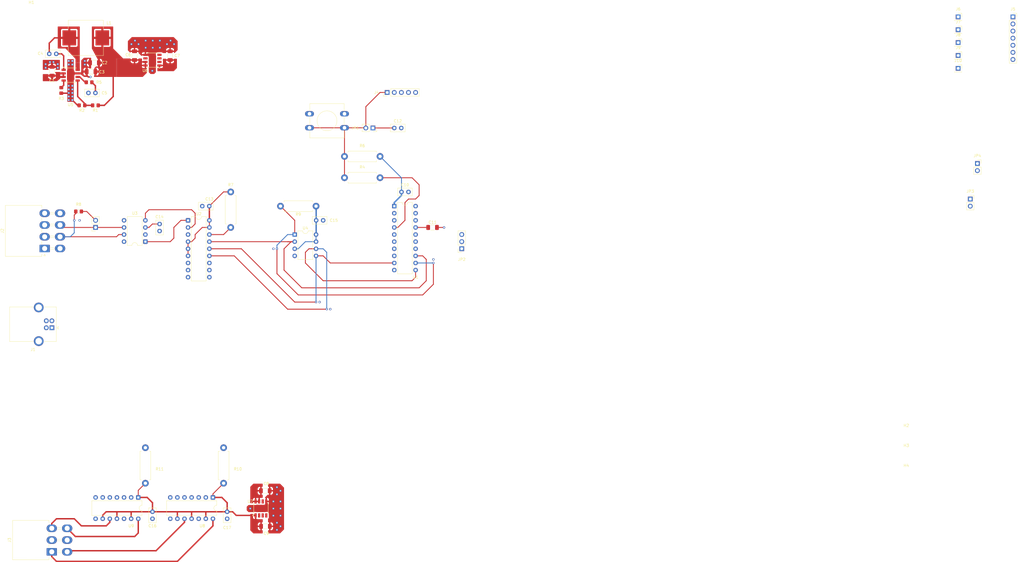
<source format=kicad_pcb>
(kicad_pcb (version 20241229) (generator "pcbnew") (generator_version "9.0")
  (layers (0 "F.Cu" signal) (4 "In1.Cu" signal) (6 "In2.Cu" signal) (2 "B.Cu" power) (13 "F.Paste" user) (15 "B.Paste" user) (5 "F.SilkS" user "F.Silkscreen") (7 "B.SilkS" user "B.Silkscreen") (1 "F.Mask" user) (3 "B.Mask" user) (25 "Edge.Cuts" user))
  (net 0 "")
  (net 1 "+12V")
  (net 2 "GND")
  (net 3 "+6.5V")
  (net 4 "Net-(U5-BST)")
  (net 5 "Net-(U5-SW)")
  (net 6 "Net-(C5-Pad2)")
  (net 7 "+5V")
  (net 8 "+5VA")
  (net 9 "Net-(U1-Vusb3v3)")
  (net 10 "Net-(JP1-A)")
  (net 12 "/USB_D+")
  (net 13 "VBUS")
  (net 15 "/USB_D-")
  (net 16 "/CAN_L")
  (net 17 "/Tach")
  (net 18 "/Speed")
  (net 19 "/CAN_H")
  (net 20 "/AN1")
  (net 21 "/AN4")
  (net 22 "/AN2")
  (net 23 "/AN3")
  (net 24 "/ICSP_~{MCLR}")
  (net 25 "/ICSP_CLK")
  (net 26 "/ICSP_DAT")
  (net 27 "/DAC1_~{CS}")
  (net 28 "/MISO")
  (net 29 "/ROM_~{CS}")
  (net 30 "/DAC2_~{CS}")
  (net 31 "/SCK")
  (net 32 "/MOSI")
  (net 33 "/CAN_~{CS}")
  (net 34 "/INT")
  (net 35 "Net-(JP5-B)")
  (net 36 "Net-(U5-FB)")
  (net 37 "Net-(U5-RT{slash}CLK)")
  (net 38 "/~{MCLR}")
  (net 39 "Net-(U5-COMP)")
  (net 41 "/CLK")
  (net 42 "/CAN_RX")
  (net 47 "/CAN_TX")
  (net 67 "/INT{slash}ICSP_CLK")
  (footprint "Connector_PinSocket_2.54mm:PinSocket_1x02_P2.54mm_Vertical" (layer "F.Cu") (at 55.88 134.62 180)
    (property "Reference" "JP5" (hide yes))
    (property "Value" "Term")
  )
  (footprint "Package_DIP:DIP-14_W7.62mm" (layer "F.Cu") (at 97.79 231.14 -90)
    (property "Reference" "U8")
    (property "Value" "MCP4912" (hide yes))
  )
  (footprint "Capacitor_THT:C_Disc_D5.0mm_W2.5mm_P2.50mm" (layer "F.Cu") (at 137.16 132.08 180)
    (property "Reference" "C15")
    (property "Value" "100n" (hide yes))
  )
  (footprint "Connector_PinSocket_2.54mm:PinSocket_1x02_P2.54mm_Vertical" (layer "F.Cu") (at 368.3 124.46)
    (property "Reference" "JP3")
    (property "Value" "USB_PWR")
  )
  (footprint "Capacitor_THT:C_Disc_D5.0mm_W2.5mm_P2.50mm" (layer "F.Cu") (at 93.98 127)
    (property "Reference" "C13")
    (property "Value" "100n" (hide yes))
  )
  (footprint "Connector_PinHeader_2.54mm:PinHeader_1x05_P2.54mm_Vertical" (layer "F.Cu") (at 160.02 86.36 90)
    (property "Reference" "J4")
    (property "Value" "ICSP")
  )
  (footprint "Capacitor_THT:C_Disc_D5.0mm_W2.5mm_P2.50mm" (layer "F.Cu") (at 76.2 236.26 -90)
    (property "Reference" "C16")
    (property "Value" "100n" (hide yes))
  )
  (footprint "Connector_PinSocket_2.54mm:PinSocket_1x03_P2.54mm_Vertical" (layer "F.Cu") (at 186.665 142.225 180)
    (property "Reference" "JP2")
    (property "Value" "Prog")
  )
  (footprint "Connector_PinSocket_2.54mm:PinSocket_1x07_P2.54mm_Vertical" (layer "F.Cu") (at 383.54 59.33)
    (property "Reference" "J5")
    (property "Value" "SPI debug")
  )
  (footprint "Resistor_SMD:R_0805_2012Metric_Pad1.20x1.40mm_HandSolder" (layer "F.Cu") (at 49.8 128.905 180)
    (property "Reference" "R8")
    (property "Value" "120" (hide yes))
  )
  (footprint "Resistor_SMD:R_0805_2012Metric_Pad1.20x1.40mm_HandSolder" (layer "F.Cu") (at 55.8165 90.9705)
    (property "Reference" "R1")
    (property "Value" "73k2" (hide yes))
  )
  (footprint "Connector_PinSocket_2.54mm:PinSocket_1x02_P2.54mm_Vertical" (layer "F.Cu") (at 154.94 99.06 -90)
    (property "Reference" "JP1")
    (property "Value" "~{Prog}")
  )
  (footprint "Capacitor_THT:C_Disc_D5.0mm_W2.5mm_P2.50mm" (layer "F.Cu") (at 39.3265 72.5555)
    (property "Reference" "C4")
    (property "Value" "100n" (hide yes))
  )
  (footprint "Capacitor_THT:C_Disc_D5.0mm_W2.5mm_P2.50mm" (layer "F.Cu") (at 162.56 99.06)
    (property "Reference" "C12")
    (property "Value" "100n" (hide yes))
  )
  (footprint "Capacitor_SMD:C_1206_3216Metric_Pad1.33x1.80mm_HandSolder" (layer "F.Cu") (at 176.2375 134.62)
    (property "Reference" "C11")
    (property "Value" "1u" (hide yes))
  )
  (footprint "Package_DIP:DIP-8_W7.62mm" (layer "F.Cu") (at 127 137.16)
    (property "Reference" "U4")
    (property "Value" "25LC160C" (hide yes))
  )
  (footprint "Resistor_THT:R_Axial_DIN0411_L9.9mm_D3.6mm_P12.70mm_Horizontal" (layer "F.Cu") (at 101.6 226.06 90)
    (property "Reference" "R10")
    (property "Value" "10k" (hide yes))
  )
  (footprint "Capacitor_SMD:C_1206_3216Metric_Pad1.33x1.80mm_HandSolder" (layer "F.Cu") (at 69.7865 73.1905 90)
    (property "Reference" "C6")
    (property "Value" "22u" (hide yes))
  )
  (footprint "Connector_PinSocket_2.54mm:PinSocket_1x01_P2.54mm_Vertical" (layer "F.Cu") (at 363.97 73.13)
    (property "Reference" "J9")
    (property "Value" "Conn_01x01_Socket")
  )
  (footprint "Capacitor_THT:C_Disc_D5.0mm_W2.5mm_P2.50mm" (layer "F.Cu") (at 53.3165 86.5255)
    (property "Reference" "C5")
    (property "Value" "100n" (hide yes))
  )
  (footprint "Resistor_SMD:R_0805_2012Metric_Pad1.20x1.40mm_HandSolder" (layer "F.Cu") (at 43.6245 85.6205 -90)
    (property "Reference" "R3")
    (property "Value" "50k" (hide yes))
  )
  (footprint "Button_Switch_THT:SW_PUSH-12mm" (layer "F.Cu") (at 132.28 93.98)
    (property "Reference" "SW1" (hide yes))
    (property "Value" "Reset")
  )
  (footprint "Resistor_SMD:R_0805_2012Metric_Pad1.20x1.40mm_HandSolder" (layer "F.Cu") (at 51.0065 90.9705)
    (property "Reference" "R2")
    (property "Value" "10k" (hide yes))
  )
  (footprint "Connector_PinSocket_2.54mm:PinSocket_1x01_P2.54mm_Vertical" (layer "F.Cu") (at 363.97 63.93)
    (property "Reference" "J7")
    (property "Value" "Conn_01x01_Socket")
  )
  (footprint "Connector_Molex:Molex_Mini-Fit_Jr_5569-06A2_2x03_P4.20mm_Horizontal" (layer "F.Cu") (at 40.22 250.58 90)
    (property "Reference" "J3")
    (property "Value" "Analog")
  )
  (footprint "Resistor_THT:R_Axial_DIN0411_L9.9mm_D3.6mm_P12.70mm_Horizontal" (layer "F.Cu") (at 73.66 226.06 90)
    (property "Reference" "R11")
    (property "Value" "10k" (hide yes))
  )
  (footprint "Connector_Molex:Molex_Mini-Fit_Jr_5569-08A2_2x04_P4.20mm_Horizontal" (layer "F.Cu") (at 37.68 142.14 90)
    (property "Reference" "J2")
    (property "Value" "Conn_02x04_Top_Bottom" (hide yes))
  )
  (footprint "Capacitor_THT:C_Disc_D5.0mm_W2.5mm_P2.50mm" (layer "F.Cu") (at 78.74 135.89 90)
    (property "Reference" "C14")
    (property "Value" "100n" (hide yes))
  )
  (footprint "Resistor_SMD:R_0805_2012Metric_Pad1.20x1.40mm_HandSolder" (layer "F.Cu") (at 53.5465 82.7155 180)
    (property "Reference" "R5")
    (property "Value" "12k" (hide yes))
  )
  (footprint "Package_DIP:DIP-14_W7.62mm" (layer "F.Cu") (at 71.12 231.14 -90)
    (property "Reference" "U9")
    (property "Value" "MCP4912" (hide yes))
  )
  (footprint "Connector_USB:USB_B_OST_USB-B1HSxx_Horizontal" (layer "F.Cu") (at 40.27 170.49 180)
    (property "Reference" "J1")
    (property "Value" "USB_B")
  )
  (footprint "Capacitor_SMD:C_1206_3216Metric_Pad1.33x1.80mm_HandSolder" (layer "F.Cu") (at 116.4975 228.75875)
    (property "Reference" "C8")
    (property "Value" "22u" (hide yes))
  )
  (footprint "MountingHole:MountingHole_3.2mm_M3_DIN965" (layer "F.Cu") (at 345.44 209.22)
    (property "Reference" "H2")
    (property "Value" "MountingHole")
  )
  (footprint "MountingHole:MountingHole_3.2mm_M3_DIN965" (layer "F.Cu") (at 345.44 216.37)
    (property "Reference" "H3")
    (property "Value" "MountingHole")
  )
  (footprint "Package_SO:Diodes_SO-8EP" (layer "F.Cu") (at 114.935 235.06625 90)
    (property "Reference" "U7")
    (property "Value" "AP7375Q" (hide yes))
  )
  (footprint "Connector_PinSocket_2.54mm:PinSocket_1x01_P2.54mm_Vertical" (layer "F.Cu") (at 363.97 77.73)
    (property "Reference" "J10")
    (property "Value" "Conn_01x01_Socket")
  )
  (footprint "MountingHole:MountingHole_3.2mm_M3_DIN965" (layer "F.Cu") (at 345.44 223.52)
    (property "Reference" "H4")
    (property "Value" "MountingHole")
  )
  (footprint "Connector_PinSocket_2.54mm:PinSocket_1x02_P2.54mm_Vertical" (layer "F.Cu") (at 370.84 111.76)
    (property "Reference" "JP4")
    (property "Value" "USB_PWR")
  )
  (footprint "Capacitor_SMD:C_1206_3216Metric_Pad1.33x1.80mm_HandSolder" (layer "F.Cu") (at 40.3225 78.7785 90)
    (property "Reference" "C1")
    (property "Value" "22u" (hide yes))
  )
  (footprint "Connector_PinSocket_2.54mm:PinSocket_1x01_P2.54mm_Vertical" (layer "F.Cu") (at 363.97 59.33)
    (property "Reference" "J6")
    (property "Value" "Conn_01x01_Socket")
  )
  (footprint "Package_DIP:DIP-20_W7.62mm" (layer "F.Cu") (at 162.56 127)
    (property "Reference" "U1")
    (property "Value" "PIC16F1459-IP" (hide yes))
  )
  (footprint "Package_SO:Diodes_SO-8EP" (layer "F.Cu") (at 46.969 80.1755)
    (property "Reference" "U5")
    (property "Value" "AP64100Q" (hide yes))
  )
  (footprint "Resistor_THT:R_Axial_DIN0411_L9.9mm_D3.6mm_P12.70mm_Horizontal" (layer "F.Cu") (at 134.62 127 180)
    (property "Reference" "R9")
    (property "Value" "10k")
  )
  (footprint "Inductor_SMD:L_Wuerth_WE-PD-Typ-LS_Handsoldering" (layer "F.Cu") (at 52.3875 66.8405)
    (property "Reference" "L1")
    (property "Value" "15u" (hide yes))
  )
  (footprint "Package_DIP:DIP-18_W7.62mm" (layer "F.Cu") (at 88.9 132.08)
    (property "Reference" "U2")
    (property "Value" "MCP2515-I/P" (hide yes))
  )
  (footprint "Capacitor_SMD:C_1206_3216Metric_Pad1.33x1.80mm_HandSolder" (layer "F.Cu") (at 54.254 78.9055)
    (property "Reference" "C3")
    (property "Value" "22u" (hide yes))
  )
  (footprint "Resistor_THT:R_Axial_DIN0411_L9.9mm_D3.6mm_P12.70mm_Horizontal" (layer "F.Cu") (at 104.14 121.92 -90)
    (property "Reference" "R7")
    (property "Value" "10k" (hide yes))
  )
  (footprint "Capacitor_THT:C_Disc_D5.0mm_W2.5mm_P2.50mm" (layer "F.Cu") (at 165.14 121.92)
    (property "Reference" "C10")
    (property "Value" "100n" (hide yes))
  )
  (footprint "Capacitor_SMD:C_1206_3216Metric_Pad1.33x1.80mm_HandSolder" (layer "F.Cu") (at 55.474 75.7305)
    (property "Reference" "C2")
    (property "Value" "22u" (hide yes))
  )
  (footprint "Connector_PinSocket_2.54mm:PinSocket_1x01_P2.54mm_Vertical" (layer "F.Cu") (at 363.97 68.53)
    (property "Reference" "J8")
    (property "Value" "Conn_01x01_Socket")
  )
  (footprint "Resistor_THT:R_Axial_DIN0411_L9.9mm_D3.6mm_P12.70mm_Horizontal" (layer "F.Cu") (at 157.48 109.22 180)
    (property "Reference" "R6")
    (property "Value" "10k" (hide yes))
  )
  (footprint "Capacitor_SMD:C_1206_3216Metric_Pad1.33x1.80mm_HandSolder" (layer "F.Cu") (at 116.5475 241.45875)
    (property "Reference" "C9")
    (property "Value" "22u" (hide yes))
  )
  (footprint "MountingHole:MountingHole_3.2mm_M3_DIN965" (layer "F.Cu") (at 32.9565 57.9505)
    (property "Reference" "H1")
    (property "Value" "MountingHole")
  )
  (footprint "Package_DIP:DIP-8_W7.62mm" (layer "F.Cu") (at 73.66 139.7 180)
    (property "Reference" "U3")
    (property "Value" "MCP2561-E-P" (hide yes))
  )
  (footprint "Capacitor_THT:C_Disc_D5.0mm_W2.5mm_P2.50mm" (layer "F.Cu") (at 102.87 236.26 -90)
    (property "Reference" "C17")
    (property "Value" "100n" (hide yes))
  )
  (footprint "Capacitor_SMD:C_1206_3216Metric_Pad1.33x1.80mm_HandSolder" (layer "F.Cu") (at 82.4865 73.1905 90)
    (property "Reference" "C7")
    (property "Value" "22u" (hide yes))
  )
  (footprint "Package_SO:Diodes_SO-8EP" (layer "F.Cu") (at 76.179 74.803 180)
    (property "Reference" "U6")
    (property "Value" "AP7375Q" (hide yes))
  )
  (footprint "Resistor_THT:R_Axial_DIN0411_L9.9mm_D3.6mm_P12.70mm_Horizontal" (layer "F.Cu") (at 144.78 116.84)
    (property "Reference" "R4")
    (property "Value" "220" (hide yes))
  )
  (segment (start 49.4665 90.9705) (end 47.5615 89.0655) (width 0.508) (layer "F.Cu") (net 2))
  (segment (start 54.0385 80.8105) (end 53.2765 80.8105) (width 0.508) (layer "F.Cu") (net 2))
  (segment (start 46.1965 86.6205) (end 46.2915 86.5255) (width 0.508) (layer "F.Cu") (net 2))
  (segment (start 53.2765 80.8105) (end 52.6915 80.2255) (width 0.508) (layer "F.Cu") (net 2))
  (segment (start 52.6915 80.2255) (end 52.6915 78.9055) (width 0.508) (layer "F.Cu") (net 2))
  (segment (start 177.8 134.62) (end 180.34 134.62) (width 0.3048) (layer "F.Cu") (net 2))
  (segment (start 50.0065 90.9705) (end 49.4665 90.9705) (width 0.508) (layer "F.Cu") (net 2))
  (segment (start 43.6245 86.6205) (end 46.1965 86.6205) (width 0.508) (layer "F.Cu") (net 2))
  (via (at 121.92 232.56875) (size 0.8128) (drill 0.4) (layers "F.Cu" "B.Cu") (net 2))
  (via (at 119.38 142.24) (size 0.8128) (drill 0.4) (layers "F.Cu" "B.Cu") (net 2))
  (via (at 180.34 134.62) (size 0.8128) (drill 0.4) (layers "F.Cu" "B.Cu") (net 2))
  (via (at 39.5605 75.4765) (size 0.8128) (drill 0.4) (layers "F.Cu" "B.Cu") (net 2))
  (via (at 47.5615 89.0655) (size 0.8128) (drill 0.4) (layers "F.Cu" "B.Cu") (net 2))
  (via (at 76.29525 70.358) (size 0.8128) (drill 0.4) (layers "F.Cu" "B.Cu") (net 2))
  (via (at 46.2915 89.0655) (size 0.8128) (drill 0.4) (layers "F.Cu" "B.Cu") (net 2))
  (via (at 120.65 227.48875) (size 0.8128) (drill 0.4) (layers "F.Cu" "B.Cu") (net 2))
  (via (at 46.2915 76.3655) (size 0.8128) (drill 0.4) (layers "F.Cu" "B.Cu") (net 2))
  (via (at 68.67525 69.088) (size 0.8128) (drill 0.4) (layers "F.Cu" "B.Cu") (net 2))
  (via (at 119.38 232.56875) (size 0.8128) (drill 0.4) (layers "F.Cu" "B.Cu") (net 2))
  (via (at 78.83525 67.818) (size 0.8128) (drill 0.4) (layers "F.Cu" "B.Cu") (net 2))
  (via (at 46.2915 85.2555) (size 0.8128) (drill 0.4) (layers "F.Cu" "B.Cu") (net 2))
  (via (at 78.83525 70.358) (size 0.8128) (drill 0.4) (layers "F.Cu" "B.Cu") (net 2))
  (via (at 120.65 242.72875) (size 0.8128) (drill 0.4) (layers "F.Cu" "B.Cu") (net 2))
  (via (at 52.0065 75.0955) (size 0.8128) (drill 0.4) (layers "F.Cu" "B.Cu") (net 2))
  (via (at 83.91525 69.088) (size 0.8128) (drill 0.4) (layers "F.Cu" "B.Cu") (net 2))
  (via (at 47.5615 76.3655) (size 0.8128) (drill 0.4) (layers "F.Cu" "B.Cu") (net 2))
  (via (at 121.92 241.45875) (size 0.8128) (drill 0.4) (layers "F.Cu" "B.Cu") (net 2))
  (via (at 73.75525 70.358) (size 0.8128) (drill 0.4) (layers "F.Cu" "B.Cu") (net 2))
  (via (at 47.5615 87.7955) (size 0.8128) (drill 0.4) (layers "F.Cu" "B.Cu") (net 2))
  (via (at 120.65 240.18875) (size 0.8128) (drill 0.4) (layers "F.Cu" "B.Cu") (net 2))
  (via (at 38.0365 77.5085) (size 0.8128) (drill 0.4) (layers "F.Cu" "B.Cu") (net 2))
  (via (at 71.21525 69.088) (size 0.8128) (drill 0.4) (layers "F.Cu" "B.Cu") (net 2))
  (via (at 120.65 230.02875) (size 0.8128) (drill 0.4) (layers "F.Cu" "B.Cu") (net 2))
  (via (at 47.5615 86.5255) (size 0.8128) (drill 0.4) (layers "F.Cu" "B.Cu") (net 2))
  (via (at 50.165 132.08) (size 0.8128) (drill 0.4) (layers "F.Cu" "B.Cu") (net 2))
  (via (at 54.0385 80.8105) (size 0.8128) (drill 0.4) (layers "F.Cu" "B.Cu") (net 2))
  (via (at 38.0365 76.2385) (size 0.8128) (drill 0.4) (layers "F.Cu" "B.Cu") (net 2))
  (via (at 119.38 237.64875) (size 0.8128) (drill 0.4) (layers "F.Cu" "B.Cu") (net 2))
  (via (at 47.5615 85.2555) (size 0.8128) (drill 0.4) (layers "F.Cu" "B.Cu") (net 2))
  (via (at 119.38 235.10875) (size 0.8128) (drill 0.4) (layers "F.Cu" "B.Cu") (net 2))
  (via (at 76.29525 67.818) (size 0.8128) (drill 0.4) (layers "F.Cu" "B.Cu") (net 2))
  (via (at 121.92 228.75875) (size 0.8128) (drill 0.4) (layers "F.Cu" "B.Cu") (net 2))
  (via (at 52.0065 76.3655) (size 0.8128) (drill 0.4) (layers "F.Cu" "B.Cu") (net 2))
  (via (at 42.3545 76.2385) (size 0.8128) (drill 0.4) (layers "F.Cu" "B.Cu") (net 2))
  (via (at 46.2915 87.7955) (size 0.8128) (drill 0.4) (layers "F.Cu" "B.Cu") (net 2))
  (via (at 42.3545 77.5085) (size 0.8128) (drill 0.4) (layers "F.Cu" "B.Cu") (net 2))
  (via (at 135.89 161.29) (size 0.8128) (drill 0.4) (layers "F.Cu" "B.Cu") (net 2))
  (via (at 121.92 235.10875) (size 0.8128) (drill 0.4) (layers "F.Cu" "B.Cu") (net 2))
  (via (at 46.2915 86.5255) (size 0.8128) (drill 0.4) (layers "F.Cu" "B.Cu") (net 2))
  (via (at 139.7 163.83) (size 0.8128) (drill 0.4) (layers "F.Cu" "B.Cu") (net 2))
  (via (at 82.64525 67.818) (size 0.8128) (drill 0.4) (layers "F.Cu" "B.Cu") (net 2))
  (via (at 69.94525 67.818) (size 0.8128) (drill 0.4) (layers "F.Cu" "B.Cu") (net 2))
  (via (at 40.8305 75.4765) (size 0.8128) (drill 0.4) (layers "F.Cu" "B.Cu") (net 2))
  (via (at 76.1365 78.613) (size 0.8128) (drill 0.4) (layers "F.Cu" "B.Cu") (net 2))
  (via (at 46.2915 83.9855) (size 0.8128) (drill 0.4) (layers "F.Cu" "B.Cu") (net 2))
  (via (at 46.2915 75.0955) (size 0.8128) (drill 0.4) (layers "F.Cu" "B.Cu") (net 2))
  (via (at 121.92 237.64875) (size 0.8128) (drill 0.4) (layers "F.Cu" "B.Cu") (net 2))
  (via (at 47.5615 83.9855) (size 0.8128) (drill 0.4) (layers "F.Cu" "B.Cu") (net 2))
  (via (at 81.37525 69.088) (size 0.8128) (drill 0.4) (layers "F.Cu" "B.Cu") (net 2))
  (via (at 73.75525 67.818) (size 0.8128) (drill 0.4) (layers "F.Cu" "B.Cu") (net 2))
  (via (at 176.53 146.05) (size 0.8128) (drill 0.4) (layers "F.Cu" "B.Cu") (net 2))
  (via (at 111.125 235.10875) (size 0.8128) (drill 0.4) (layers "F.Cu" "B.Cu") (net 2))
  (via (at 47.5615 75.0955) (size 0.8128) (drill 0.4) (layers "F.Cu" "B.Cu") (net 2))
  (segment (start 60.8965 78.9055) (end 55.8165 78.9055) (width 0.508) (layer "F.Cu") (net 3))
  (segment (start 62.1665 87.7955) (end 62.1665 80.1755) (width 0.508) (layer "F.Cu") (net 3))
  (segment (start 62.1665 80.1755) (end 60.8965 78.9055) (width 0.508) (layer "F.Cu") (net 3))
  (segment (start 56.8165 90.9705) (end 58.9915 90.9705) (width 0.508) (layer "F.Cu") (net 3))
  (segment (start 58.9915 90.9705) (end 62.1665 87.7955) (width 0.508) (layer "F.Cu") (net 3))
  (segment (start 44.4715 78.2705) (end 44.4715 73.2755) (width 0.508) (layer "F.Cu") (net 4))
  (segment (start 44.4715 73.2755) (end 43.7515 72.5555) (width 0.508) (layer "F.Cu") (net 4))
  (segment (start 43.7515 72.5555) (end 41.8265 72.5555) (width 0.508) (layer "F.Cu") (net 4))
  (segment (start 39.3265 72.5555) (end 39.3265 68.7255) (width 0.508) (layer "F.Cu") (net 5))
  (segment (start 41.2115 66.8405) (end 46.4875 66.8405) (width 0.508) (layer "F.Cu") (net 5))
  (segment (start 39.3265 68.7255) (end 41.2115 66.8405) (width 0.508) (layer "F.Cu") (net 5))
  (segment (start 55.8165 83.9855) (end 54.5465 82.7155) (width 0.508) (layer "F.Cu") (net 6))
  (segment (start 55.8165 86.5255) (end 55.8165 83.9855) (width 0.508) (layer "F.Cu") (net 6))
  (segment (start 74.93 134.62) (end 76.16 133.39) (width 0.3048) (layer "F.Cu") (net 7))
  (segment (start 91.44 138.43) (end 91.44 137.16) (width 0.3048) (layer "F.Cu") (net 7))
  (segment (start 101.56 121.92) (end 96.48 127) (width 0.3048) (layer "F.Cu") (net 7))
  (segment (start 96.52 127.04) (end 96.48 127) (width 0.508) (layer "F.Cu") (net 7))
  (segment (start 73.66 134.62) (end 74.93 134.62) (width 0.3048) (layer "F.Cu") (net 7))
  (segment (start 91.44 137.16) (end 93.98 134.62) (width 0.3048) (layer "F.Cu") (net 7))
  (segment (start 96.52 134.62) (end 96.52 132.08) (width 0.3048) (layer "F.Cu") (net 7))
  (segment (start 90.17 139.7) (end 91.44 138.43) (width 0.3048) (layer "F.Cu") (net 7))
  (segment (start 104.14 121.92) (end 101.56 121.92) (width 0.3048) (layer "F.Cu") (net 7))
  (segment (start 88.9 139.7) (end 90.17 139.7) (width 0.3048) (layer "F.Cu") (net 7))
  (segment (start 88.9 144.78) (end 88.9 139.7) (width 0.3048) (layer "F.Cu") (net 7))
  (segment (start 96.52 132.08) (end 96.52 127.04) (width 0.508) (layer "F.Cu") (net 7))
  (segment (start 93.98 134.62) (end 96.52 134.62) (width 0.3048) (layer "F.Cu") (net 7))
  (segment (start 76.16 133.39) (end 78.74 133.39) (width 0.3048) (layer "F.Cu") (net 7))
  (segment (start 130.81 139.7) (end 128.27 142.24) (width 0.3048) (layer "B.Cu") (net 7))
  (segment (start 134.62 127) (end 134.62 128.27) (width 0.508) (layer "B.Cu") (net 7))
  (segment (start 165.14 116.88) (end 165.14 121.92) (width 0.3048) (layer "B.Cu") (net 7))
  (segment (start 134.62 128.27) (end 134.66 128.31) (width 0.508) (layer "B.Cu") (net 7))
  (segment (start 134.66 137.12) (end 134.62 137.16) (width 0.508) (layer "B.Cu") (net 7))
  (segment (start 134.66 128.31) (end 134.66 132.08) (width 0.508) (layer "B.Cu") (net 7))
  (segment (start 134.66 132.08) (end 134.66 137.12) (width 0.508) (layer "B.Cu") (net 7))
  (segment (start 165.14 123.15) (end 165.14 121.92) (width 0.508) (layer "B.Cu") (net 7))
  (segment (start 134.62 139.7) (end 134.62 137.16) (width 0.3048) (layer "B.Cu") (net 7))
  (segment (start 162.56 125.73) (end 165.14 123.15) (width 0.508) (layer "B.Cu") (net 7))
  (segment (start 162.56 127) (end 162.56 125.73) (width 0.508) (layer "B.Cu") (net 7))
  (segment (start 128.27 142.24) (end 127 142.24) (width 0.3048) (layer "B.Cu") (net 7))
  (segment (start 134.62 139.7) (end 130.81 139.7) (width 0.3048) (layer "B.Cu") (net 7))
  (segment (start 157.48 109.22) (end 165.14 116.88) (width 0.3048) (layer "B.Cu") (net 7))
  (segment (start 90.17 238.76) (end 90.17 236.26) (width 0.508) (layer "F.Cu") (net 8))
  (segment (start 95.25 238.76) (end 95.25 236.26) (width 0.508) (layer "F.Cu") (net 8))
  (segment (start 85.09 236.26) (end 76.2 236.26) (width 0.508) (layer "F.Cu") (net 8))
  (segment (start 113.03 237.56375) (end 106.11875 237.56375) (width 0.508) (layer "F.Cu") (net 8))
  (segment (start 100.965 231.14) (end 102.87 233.045) (width 0.508) (layer "F.Cu") (net 8))
  (segment (start 68.58 238.76) (end 68.58 236.26) (width 0.508) (layer "F.Cu") (net 8))
  (segment (start 102.87 236.26) (end 95.25 236.26) (width 0.508) (layer "F.Cu") (net 8))
  (segment (start 102.87 233.045) (end 102.87 236.26) (width 0.508) (layer "F.Cu") (net 8))
  (segment (start 71.12 231.14) (end 74.295 231.14) (width 0.508) (layer "F.Cu") (net 8))
  (segment (start 97.79 231.14) (end 100.965 231.14) (width 0.508) (layer "F.Cu") (net 8))
  (segment (start 90.17 236.26) (end 85.09 236.26) (width 0.508) (layer "F.Cu") (net 8))
  (segment (start 74.295 231.14) (end 76.2 233.045) (width 0.508) (layer "F.Cu") (net 8))
  (segment (start 58.42 237.49) (end 58.42 238.76) (width 0.508) (layer "F.Cu") (net 8))
  (segment (start 63.5 236.26) (end 59.65 236.26) (width 0.508) (layer "F.Cu") (net 8))
  (segment (start 95.25 236.26) (end 90.17 236.26) (width 0.508) (layer "F.Cu") (net 8))
  (segment (start 71.12 228.6) (end 71.12 231.14) (width 0.3048) (layer "F.Cu") (net 8))
  (segment (start 76.2 236.26) (end 68.58 236.26) (width 0.508) (layer "F.Cu") (net 8))
  (segment (start 73.66 226.06) (end 71.12 228.6) (width 0.3048) (layer "F.Cu") (net 8))
  (segment (start 68.58 236.26) (end 63.5 236.26) (width 0.508) (layer "F.Cu") (net 8))
  (segment (start 106.11875 237.56375) (end 104.815 236.26) (width 0.508) (layer "F.Cu") (net 8))
  (segment (start 85.09 238.76) (end 85.09 236.26) (width 0.508) (layer "F.Cu") (net 8))
  (segment (start 104.815 236.26) (end 102.87 236.26) (width 0.508) (layer "F.Cu") (net 8))
  (segment (start 59.65 236.26) (end 58.42 237.49) (width 0.508) (layer "F.Cu") (net 8))
  (segment (start 63.5 238.76) (end 63.5 236.26) (width 0.508) (layer "F.Cu") (net 8))
  (segment (start 97.79 229.87) (end 97.79 231.14) (width 0.3048) (layer "F.Cu") (net 8))
  (segment (start 76.2 233.045) (end 76.2 236.26) (width 0.508) (layer "F.Cu") (net 8))
  (segment (start 101.6 226.06) (end 97.79 229.87) (width 0.3048) (layer "F.Cu") (net 8))
  (segment (start 170.18 134.62) (end 174.675 134.62) (width 0.3048) (layer "F.Cu") (net 9))
  (segment (start 154.94 99.06) (end 162.56 99.06) (width 0.3048) (layer "F.Cu") (net 10))
  (segment (start 44.06 134.62) (end 43.18 133.74) (width 0.3048) (layer "F.Cu") (net 16))
  (segment (start 66.04 134.62) (end 44.06 134.62) (width 0.3048) (layer "F.Cu") (net 16))
  (segment (start 48.8 129.635) (end 48.26 130.175) (width 0.3048) (layer "F.Cu") (net 19))
  (segment (start 66.04 137.16) (end 64.135 137.16) (width 0.3048) (layer "F.Cu") (net 19))
  (segment (start 48.8 128.905) (end 48.8 129.635) (width 0.3048) (layer "F.Cu") (net 19))
  (segment (start 48.26 130.175) (end 48.26 132.08) (width 0.3048) (layer "F.Cu") (net 19))
  (segment (start 64.135 137.16) (end 63.355 137.94) (width 0.3048) (layer "F.Cu") (net 19))
  (segment (start 63.355 137.94) (end 43.18 137.94) (width 0.3048) (layer "F.Cu") (net 19))
  (via (at 48.26 132.08) (size 0.8128) (drill 0.4) (layers "F.Cu" "B.Cu") (net 19))
  (segment (start 48.26 132.08) (end 48.26 136.525) (width 0.3048) (layer "B.Cu") (net 19))
  (segment (start 46.845 137.94) (end 43.18 137.94) (width 0.3048) (layer "B.Cu") (net 19))
  (segment (start 48.26 136.525) (end 46.845 137.94) (width 0.3048) (layer "B.Cu") (net 19))
  (segment (start 97.79 238.76) (end 97.79 241.3) (width 0.508) (layer "F.Cu") (net 20))
  (segment (start 85.09 254) (end 41.91 254) (width 0.508) (layer "F.Cu") (net 20))
  (segment (start 40.22 252.31) (end 40.22 250.58) (width 0.508) (layer "F.Cu") (net 20))
  (segment (start 41.91 254) (end 40.22 252.31) (width 0.508) (layer "F.Cu") (net 20))
  (segment (start 97.79 241.3) (end 85.09 254) (width 0.508) (layer "F.Cu") (net 20))
  (segment (start 48.26 238.76) (end 41.91 238.76) (width 0.508) (layer "F.Cu") (net 21))
  (segment (start 50.8 241.3) (end 48.26 238.76) (width 0.508) (layer "F.Cu") (net 21))
  (segment (start 41.91 238.76) (end 40.22 240.45) (width 0.508) (layer "F.Cu") (net 21))
  (segment (start 60.96 240.03) (end 59.69 241.3) (width 0.508) (layer "F.Cu") (net 21))
  (segment (start 40.22 240.45) (end 40.22 242.18) (width 0.508) (layer "F.Cu") (net 21))
  (segment (start 59.69 241.3) (end 50.8 241.3) (width 0.508) (layer "F.Cu") (net 21))
  (segment (start 60.96 238.76) (end 60.96 240.03) (width 0.508) (layer "F.Cu") (net 21))
  (segment (start 87.63 238.76) (end 87.63 240.03) (width 0.508) (layer "F.Cu") (net 22))
  (segment (start 46.11 250.19) (end 45.72 250.58) (width 0.508) (layer "F.Cu") (net 22))
  (segment (start 87.63 240.03) (end 77.47 250.19) (width 0.508) (layer "F.Cu") (net 22))
  (segment (start 77.47 250.19) (end 46.11 250.19) (width 0.508) (layer "F.Cu") (net 22))
  (segment (start 69.85 245.11) (end 48.65 245.11) (width 0.508) (layer "F.Cu") (net 23))
  (segment (start 71.12 238.76) (end 71.12 243.84) (width 0.508) (layer "F.Cu") (net 23))
  (segment (start 48.65 245.11) (end 45.72 242.18) (width 0.508) (layer "F.Cu") (net 23))
  (segment (start 71.12 243.84) (end 69.85 245.11) (width 0.508) (layer "F.Cu") (net 23))
  (segment (start 132.28 98.98) (end 152.32 98.98) (width 0.3048) (layer "F.Cu") (net 24))
  (segment (start 157.48 86.36) (end 160.02 86.36) (width 0.3048) (layer "F.Cu") (net 24))
  (segment (start 152.4 99.06) (end 152.4 91.44) (width 0.3048) (layer "F.Cu") (net 24))
  (segment (start 152.4 91.44) (end 157.48 86.36) (width 0.3048) (layer "F.Cu") (net 24))
  (segment (start 152.32 98.98) (end 152.4 99.06) (width 0.3048) (layer "F.Cu") (net 24))
  (segment (start 144.78 116.84) (end 144.78 98.98) (width 0.3048) (layer "F.Cu") (net 24))
  (segment (start 171.45 156.21) (end 129.54 156.21) (width 0.3048) (layer "F.Cu") (net 28))
  (segment (start 127 139.7) (end 96.52 139.7) (width 0.3048) (layer "F.Cu") (net 28))
  (segment (start 124.46 139.7) (end 127 139.7) (width 0.3048) (layer "F.Cu") (net 28))
  (segment (start 173.99 146.05) (end 173.99 153.67) (width 0.3048) (layer "F.Cu") (net 28))
  (segment (start 123.19 149.86) (end 123.19 142.24) (width 0.3048) (layer "F.Cu") (net 28))
  (segment (start 173.99 153.67) (end 171.45 156.21) (width 0.3048) (layer "F.Cu") (net 28))
  (segment (start 129.54 156.21) (end 123.19 149.86) (width 0.3048) (layer "F.Cu") (net 28))
  (segment (start 170.18 144.78) (end 172.72 144.78) (width 0.3048) (layer "F.Cu") (net 28))
  (segment (start 172.72 144.78) (end 173.99 146.05) (width 0.3048) (layer "F.Cu") (net 28))
  (segment (start 123.19 142.24) (end 125.73 139.7) (width 0.3048) (layer "F.Cu") (net 28))
  (segment (start 125.73 139.7) (end 127 139.7) (width 0.3048) (layer "F.Cu") (net 28))
  (segment (start 120.65 151.13) (end 120.65 142.24) (width 0.3048) (layer "F.Cu") (net 29))
  (segment (start 176.53 147.32) (end 176.53 154.94) (width 0.3048) (layer "F.Cu") (net 29))
  (segment (start 128.27 158.75) (end 120.65 151.13) (width 0.3048) (layer "F.Cu") (net 29))
  (segment (start 127 137.16) (end 127 132.08) (width 0.3048) (layer "F.Cu") (net 29))
  (segment (start 176.53 154.94) (end 172.72 158.75) (width 0.3048) (layer "F.Cu") (net 29))
  (segment (start 172.72 158.75) (end 128.27 158.75) (width 0.3048) (layer "F.Cu") (net 29))
  (segment (start 127 132.08) (end 121.92 127) (width 0.3048) (layer "F.Cu") (net 29))
  (via (at 120.65 142.24) (size 0.8128) (drill 0.4) (layers "F.Cu" "B.Cu") (net 29))
  (via (at 176.53 147.32) (size 0.8128) (drill 0.4) (layers "F.Cu" "B.Cu") (net 29))
  (segment (start 170.18 147.32) (end 176.53 147.32) (width 0.3048) (layer "B.Cu") (net 29))
  (segment (start 120.65 140.97) (end 124.46 137.16) (width 0.3048) (layer "B.Cu") (net 29))
  (segment (start 120.65 142.24) (end 120.65 140.97) (width 0.3048) (layer "B.Cu") (net 29))
  (segment (start 124.46 137.16) (end 127 137.16) (width 0.3048) (layer "B.Cu") (net 29))
  (segment (start 170.18 149.86) (end 170.18 152.4) (width 0.3048) (layer "F.Cu") (net 31))
  (segment (start 138.43 163.83) (end 124.46 163.83) (width 0.3048) (layer "F.Cu") (net 31))
  (segment (start 168.91 153.67) (end 137.16 153.67) (width 0.3048) (layer "F.Cu") (net 31))
  (segment (start 124.46 163.83) (end 105.41 144.78) (width 0.3048) (layer "F.Cu") (net 31))
  (segment (start 137.16 153.67) (end 130.81 147.32) (width 0.3048) (layer "F.Cu") (net 31))
  (segment (start 105.41 144.78) (end 96.52 144.78) (width 0.3048) (layer "F.Cu") (net 31))
  (segment (start 132.08 142.24) (end 134.62 142.24) (width 0.3048) (layer "F.Cu") (net 31))
  (segment (start 130.81 143.51) (end 132.08 142.24) (width 0.3048) (layer "F.Cu") (net 31))
  (segment (start 130.81 147.32) (end 130.81 143.51) (width 0.3048) (layer "F.Cu") (net 31))
  (segment (start 170.18 152.4) (end 168.91 153.67) (width 0.3048) (layer "F.Cu") (net 31))
  (via (at 138.43 163.83) (size 0.8128) (drill 0.4) (layers "F.Cu" "B.Cu") (net 31))
  (segment (start 137.16 142.24) (end 138.43 143.51) (width 0.3048) (layer "B.Cu") (net 31))
  (segment (start 138.43 143.51) (end 138.43 163.83) (width 0.3048) (layer "B.Cu") (net 31))
  (segment (start 134.62 142.24) (end 137.16 142.24) (width 0.3048) (layer "B.Cu") (net 31))
  (segment (start 137.16 144.78) (end 139.7 147.32) (width 0.3048) (layer "F.Cu") (net 32))
  (segment (start 107.95 142.24) (end 96.52 142.24) (width 0.3048) (layer "F.Cu") (net 32))
  (segment (start 127 161.29) (end 107.95 142.24) (width 0.3048) (layer "F.Cu") (net 32))
  (segment (start 139.7 147.32) (end 162.56 147.32) (width 0.3048) (layer "F.Cu") (net 32))
  (segment (start 134.62 144.78) (end 137.16 144.78) (width 0.3048) (layer "F.Cu") (net 32))
  (segment (start 134.62 161.29) (end 127 161.29) (width 0.3048) (layer "F.Cu") (net 32))
  (via (at 134.62 161.29) (size 0.8128) (drill 0.4) (layers "F.Cu" "B.Cu") (net 32))
  (segment (start 134.62 161.29) (end 134.62 144.78) (width 0.3048) (layer "B.Cu") (net 32))
  (segment (start 96.52 137.16) (end 101.6 137.16) (width 0.3048) (layer "F.Cu") (net 33))
  (segment (start 101.6 137.16) (end 104.14 134.62) (width 0.3048) (layer "F.Cu") (net 33))
  (segment (start 50.8 128.905) (end 52.705 128.905) (width 0.3048) (layer "F.Cu") (net 35))
  (segment (start 52.705 128.905) (end 55.88 132.08) (width 0.3048) (layer "F.Cu") (net 35))
  (segment (start 49.4665 87.7955) (end 52.0065 90.3355) (width 0.508) (layer "F.Cu") (net 36))
  (segment (start 52.0065 90.9705) (end 54.8165 90.9705) (width 0.508) (layer "F.Cu") (net 36))
  (segment (start 49.4665 82.0805) (end 49.4665 87.7955) (width 0.508) (layer "F.Cu") (net 36))
  (segment (start 52.0065 90.3355) (end 52.0065 90.9705) (width 0.508) (layer "F.Cu") (net 36))
  (segment (start 44.4715 83.7735) (end 43.6245 84.6205) (width 0.508) (layer "F.Cu") (net 37))
  (segment (start 44.4715 82.0805) (end 44.4715 83.7735) (width 0.508) (layer "F.Cu") (net 37))
  (segment (start 170.18 124.46) (end 171.45 123.19) (width 0.3048) (layer "F.Cu") (net 38))
  (segment (start 166.37 125.73) (end 167.64 124.46) (width 0.3048) (layer "F.Cu") (net 38))
  (segment (start 168.91 116.84) (end 157.48 116.84) (width 0.3048) (layer "F.Cu") (net 38))
  (segment (start 171.45 119.38) (end 168.91 116.84) (width 0.3048) (layer "F.Cu") (net 38))
  (segment (start 166.37 132.08) (end 166.37 125.73) (width 0.3048) (layer "F.Cu") (net 38))
  (segment (start 162.56 134.62) (end 163.83 134.62) (width 0.3048) (layer "F.Cu") (net 38))
  (segment (start 171.45 123.19) (end 171.45 119.38) (width 0.3048) (layer "F.Cu") (net 38))
  (segment (start 167.64 124.46) (end 170.18 124.46) (width 0.3048) (layer "F.Cu") (net 38))
  (segment (start 163.83 134.62) (end 166.37 132.08) (width 0.3048) (layer "F.Cu") (net 38))
  (segment (start 50.2285 80.8105) (end 52.1335 82.7155) (width 0.508) (layer "F.Cu") (net 39))
  (segment (start 52.1335 82.7155) (end 52.5465 82.7155) (width 0.508) (layer "F.Cu") (net 39))
  (segment (start 49.4665 80.8105) (end 50.2285 80.8105) (width 0.508) (layer "F.Cu") (net 39))
  (segment (start 73.66 129.54) (end 74.93 128.27) (width 0.3048) (layer "F.Cu") (net 42))
  (segment (start 73.66 132.08) (end 73.66 129.54) (width 0.3048) (layer "F.Cu") (net 42))
  (segment (start 74.93 128.27) (end 90.17 128.27) (width 0.3048) (layer "F.Cu") (net 42))
  (segment (start 90.17 134.62) (end 88.9 134.62) (width 0.3048) (layer "F.Cu") (net 42))
  (segment (start 91.44 133.35) (end 90.17 134.62) (width 0.3048) (layer "F.Cu") (net 42))
  (segment (start 90.17 128.27) (end 91.44 129.54) (width 0.3048) (layer "F.Cu") (net 42))
  (segment (start 91.44 129.54) (end 91.44 133.35) (width 0.3048) (layer "F.Cu") (net 42))
  (segment (start 73.66 139.7) (end 82.55 139.7) (width 0.3048) (layer "F.Cu") (net 47))
  (segment (start 86.36 132.08) (end 88.9 132.08) (width 0.3048) (layer "F.Cu") (net 47))
  (segment (start 82.55 139.7) (end 83.82 138.43) (width 0.3048) (layer "F.Cu") (net 47))
  (segment (start 83.82 134.62) (end 86.36 132.08) (width 0.3048) (layer "F.Cu") (net 47))
  (segment (start 83.82 138.43) (end 83.82 134.62) (width 0.3048) (layer "F.Cu") (net 47))
  (zone (net 7) (net_name "+5V") (layer "F.Cu") (priority 9) (connect_pads (clearance 0.5)) (min_thickness 0.25) (fill yes (thermal_gap 0.508) (thermal_bridge_width 0.508) (island_removal_mode 1) (island_area_min 9.999999))
    (polygon (pts (xy 84.93125 74.295) (xy 84.93125 77.62875) (xy 83.82 78.74) (xy 77.94625 78.74) (xy 77.94625 76.2) (xy 79.85125 76.2) (xy 79.85125 74.295)))
  )
  (zone (net 2) (net_name "GND") (layer "F.Cu") (priority 7) (connect_pads yes (clearance 0.5)) (min_thickness 0.25) (fill yes (thermal_gap 0.508) (thermal_bridge_width 0.762) (island_removal_mode 1) (island_area_min 9.999999))
    (polygon (pts (xy 109.855 235.74375) (xy 110.49 236.37875) (xy 120.65 236.37875) (xy 120.65 231.29875) (xy 116.205 231.29875) (xy 116.205 233.83875) (xy 110.49 233.83875) (xy 109.855 234.47375)))
  )
  (zone (net 5) (net_name "Net-(U5-SW)") (layer "F.Cu") (priority 4) (connect_pads (clearance 0.5)) (min_thickness 0.25) (fill yes (thermal_gap 0.508) (thermal_bridge_width 0.762) (island_removal_mode 1) (island_area_min 9.999999))
    (polygon (pts (xy 48.7045 75.7305) (xy 48.7045 74.343269) (xy 45.1485 70.6505) (xy 42.3545 70.6505) (xy 42.3545 62.7765) (xy 50.2285 62.7765) (xy 50.2285 75.7305)))
  )
  (zone (net 2) (net_name "GND") (layer "F.Cu") (priority 8) (connect_pads (clearance 0.5)) (min_thickness 0.25) (fill yes (thermal_gap 0.508) (thermal_bridge_width 0.508) (island_removal_mode 1) (island_area_min 9.999999))
    (polygon (pts (xy 84.113688 72.263) (xy 85.18525 71.191438) (xy 85.18525 67.97675) (xy 83.7565 66.548) (xy 68.834 66.548) (xy 67.40525 67.97675) (xy 67.40525 71.3105) (xy 68.35775 72.263) (xy 71.21525 72.263) (xy 72.48525 73.533) (xy 74.39025 73.533) (xy 74.39025 72.263)))
  )
  (zone (net 2) (net_name "GND") (layer "F.Cu") (connect_pads (clearance 0.5)) (min_thickness 0.25) (fill yes (thermal_gap 0.508) (thermal_bridge_width 0.762) (island_removal_mode 1) (island_area_min 9.999999))
    (polygon (pts (xy 37.0205 78.2705) (xy 37.0205 74.7145) (xy 43.1165 74.7145) (xy 43.1165 78.2705)))
  )
  (zone (net 2) (net_name "GND") (layer "F.Cu") (priority 7) (connect_pads yes (clearance 0.5)) (min_thickness 0.25) (fill yes (thermal_gap 0.508) (thermal_bridge_width 0.762) (island_removal_mode 1) (island_area_min 9.999999))
    (polygon (pts (xy 76.7715 79.756) (xy 77.4065 79.121) (xy 77.4065 68.961) (xy 72.3265 68.961) (xy 72.3265 73.406) (xy 74.8665 73.406) (xy 74.8665 79.121) (xy 75.5015 79.756)))
  )
  (zone (net 3) (net_name "+6.5V") (layer "F.Cu") (priority 10) (connect_pads (clearance 0.5)) (min_thickness 0.25) (fill yes (thermal_gap 0.508) (thermal_bridge_width 0.508) (island_removal_mode 1) (island_area_min 9.999999))
    (polygon (pts (xy 63.4365 74.2065) (xy 72.5805 74.2065) (xy 72.5805 74.7145) (xy 74.2315 74.7145) (xy 74.2315 79.2865) (xy 72.7075 80.8105) (xy 63.4365 80.8105)))
  )
  (zone (net 2) (net_name "GND") (layer "F.Cu") (priority 2) (connect_pads (clearance 0.5)) (min_thickness 0.25) (fill yes (thermal_gap 0.508) (thermal_bridge_width 0.762))
    (polygon (pts (xy 48.9585 79.0325) (xy 50.292 79.0325) (xy 50.7365 78.588) (xy 50.7365 74.905) (xy 51.689 73.9525) (xy 54.2925 73.9525) (xy 54.2925 77.7625) (xy 53.2765 77.7625) (xy 53.2765 80.4295) (xy 52.8955 80.8105) (xy 51.7525 80.8105) (xy 50.7365 80.0485) (xy 48.9585 80.0485)))
  )
  (zone (net 2) (net_name "GND") (layer "F.Cu") (priority 8) (connect_pads (clearance 0.5)) (min_thickness 0.25) (fill yes (thermal_gap 0.508) (thermal_bridge_width 0.508) (island_removal_mode 1) (island_area_min 9.999999))
    (polygon (pts (xy 117.475 243.99875) (xy 121.76125 243.99875) (xy 123.19 242.57) (xy 123.19 227.6475) (xy 121.76125 226.21875) (xy 117.475 226.21875) (xy 117.475 230.02875) (xy 116.205 231.29875) (xy 116.205 233.20375) (xy 117.475 233.20375)))
  )
  (zone (net 5) (net_name "Net-(U5-SW)") (layer "F.Cu") (priority 3) (connect_pads yes (clearance 0.5)) (min_thickness 0.25) (fill yes (thermal_gap 0.508) (thermal_bridge_width 0.762) (island_removal_mode 1) (island_area_min 9.999999))
    (polygon (pts (xy 48.7045 78.7785) (xy 50.2285 78.7785) (xy 50.2285 74.4605) (xy 48.7045 74.4605)))
  )
  (zone (net 3) (net_name "+6.5V") (layer "F.Cu") (priority 5) (connect_pads (clearance 0.5)) (min_thickness 0.25) (fill yes (thermal_gap 0.508) (thermal_bridge_width 0.762) (island_removal_mode 1) (island_area_min 9.999999))
    (polygon (pts (xy 55.3085 80.8105) (xy 55.3085 77.7625) (xy 56.5785 76.4925) (xy 56.5785 74.424214) (xy 54.5465 70.6505) (xy 54.5465 62.7765) (xy 62.1665 62.7765) (xy 62.1665 70.6505) (xy 65.7225 74.2065) (xy 65.7225 80.8105)))
  )
  (zone (net 2) (net_name "GND") (layer "F.Cu") (priority 1) (connect_pads yes (clearance 0.5)) (min_thickness 0.25) (fill yes (thermal_gap 0.3048) (thermal_bridge_width 0.762))
    (polygon (pts (xy 45.7835 74.4605) (xy 45.7835 89.7005) (xy 48.0695 89.7005) (xy 48.0695 80.5565) (xy 48.4505 80.0485) (xy 50.3555 80.0485) (xy 50.3555 79.0325) (xy 48.4505 79.0325) (xy 48.0695 78.461) (xy 48.0695 74.4605)))
  )
  (zone (net 3) (net_name "+6.5V") (layer "F.Cu") (priority 10) (connect_pads (clearance 0.5)) (min_thickness 0.25) (fill yes (thermal_gap 0.508) (thermal_bridge_width 0.508) (island_removal_mode 1) (island_area_min 9.999999))
    (polygon (pts (xy 115.57 226.21875) (xy 115.57 231.29875) (xy 114.935 231.29875) (xy 114.935 233.20375) (xy 111.125 233.20375) (xy 111.125 227.33) (xy 112.23625 226.21875)))
  )
  (zone (net 1) (net_name "+12V") (layer "F.Cu") (priority 6) (connect_pads (clearance 0.5)) (min_thickness 0.25) (fill yes (thermal_gap 0.508) (thermal_bridge_width 0.762) (island_removal_mode 1) (island_area_min 9.999999))
    (polygon (pts (xy 37.0205 79.7945) (xy 40.3225 79.7945) (xy 41.592499 79.0325) (xy 44.6405 79.0325) (xy 44.6405 81.3185) (xy 43.3705 81.3185) (xy 42.1005 82.3345) (xy 37.0205 82.3345)))
  )
  (zone (net 8) (net_name "+5VA") (layer "F.Cu") (priority 9) (connect_pads (clearance 0.5)) (min_thickness 0.25) (fill yes (thermal_gap 0.508) (thermal_bridge_width 0.508) (island_removal_mode 1) (island_area_min 9.999999))
    (polygon (pts (xy 115.57 243.99875) (xy 112.23625 243.99875) (xy 111.125 242.8875) (xy 111.125 237.01375) (xy 113.665 237.01375) (xy 113.665 238.91875) (xy 115.57 238.91875)))
  )
)
</source>
